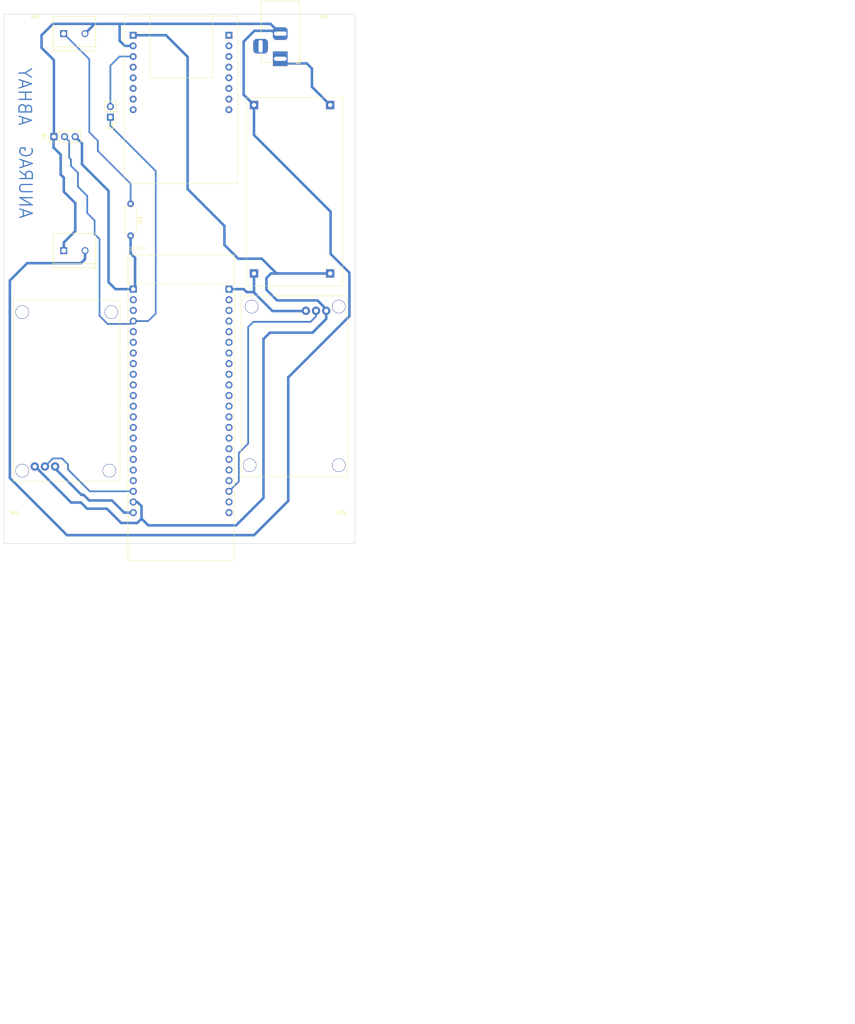
<source format=kicad_pcb>
(kicad_pcb (version 20221018) (generator pcbnew)
  (layers (0 "F.Cu" signal) (31 "B.Cu" signal) (34 "B.Paste" user) (35 "F.Paste" user) (36 "B.SilkS" user "B.Silkscreen") (37 "F.SilkS" user "F.Silkscreen") (38 "B.Mask" user) (39 "F.Mask" user) (44 "Edge.Cuts" user))
  (net 0 "")
  (net 6 "IO4")
  (net 7 "GND")
  (net 8 "5V")
  (net 17 "3V3")
  (net 20 "IO5")
  (net 34 "IO19")
  (net 35 "IO14")
  (net 36 "GND1")
  (net 58 "IO1")
  (net 59 "vcc")
  (net 60 "gnd")
  (net 61 "IO12")
  (footprint "12V CONNECTOR:RELAY" (layer "F.Cu") (at 131.6482 88.5571 -90)
    (fp_text reference "J2" hide)
    (fp_text value "Conn_01x03_Socket")
    (fp_line (start -2.54 -22.86) (end 40.64 -22.86) (stroke (width 0.1)) (layer "F.SilkS"))
    (fp_line (start -2.54 2.54) (end -2.54 -22.86) (stroke (width 0.1)) (layer "F.SilkS"))
    (fp_line (start 40.64 -22.86) (end 40.64 2.54) (stroke (width 0.1)) (layer "F.SilkS"))
    (fp_line (start 40.64 2.54) (end -2.54 2.54) (stroke (width 0.1)) (layer "F.SilkS"))
    (pad "" np_thru_hole circle (at 0 -20.8 270) (size 3.2 3.2) (drill 3) (layers "F&B.Cu" "*.Mask"))
    (pad "" np_thru_hole circle (at 0 0 270) (size 3.2 3.2) (drill 3) (layers "F&B.Cu" "*.Mask"))
    (pad "" np_thru_hole circle (at 37.85 -20.8 270) (size 3.2 3.2) (drill 3) (layers "F&B.Cu" "*.Mask"))
    (pad "" np_thru_hole circle (at 37.85 0.48 270) (size 3.2 3.2) (drill 3) (layers "F&B.Cu" "*.Mask"))
    (pad "1" thru_hole circle (at 1 -12.94 270) (size 2 2) (drill 1) (layers "*.Cu" "*.Mask") (net 36 "GND1"))
    (pad "2" thru_hole circle (at 1 -15.37 270) (size 2 2) (drill 1) (layers "*.Cu" "*.Mask") (net 34 "IO19"))
    (pad "3" thru_hole circle (at 1 -17.8 270) (size 2 2) (drill 1) (layers "*.Cu" "*.Mask") (net 8 "5V"))
  )
  (footprint "MountingHole:MountingHole_3.2mm_M3" (layer "F.Cu") (at 153.0368 21.9289)
    (fp_text reference "H1" (at -3.9754 -2.5642) (layer "F.SilkS"))
    (fp_text value "MountingHole")
    (pad "" np_thru_hole circle (at 0 0) (size 3.2 3.2) (drill 3.2) (layers "*.Cu" "*.Mask"))
  )
  (footprint "Connector_PinHeader_2.54mm:PinHeader_1x03_P2.54mm_Vertical" (layer "F.Cu") (at 84.4296 47.9933 90)
    (fp_text reference "J5" (at 0 -2.33 90) (layer "F.SilkS"))
    (fp_text value "TOUCH")
    (fp_line (start -1.33 -1.33) (end 0 -1.33) (stroke (width 0.12)) (layer "F.SilkS"))
    (fp_line (start -1.33 0) (end -1.33 -1.33) (stroke (width 0.12)) (layer "F.SilkS"))
    (fp_line (start -1.33 1.27) (end -1.33 6.41) (stroke (width 0.12)) (layer "F.SilkS"))
    (fp_line (start -1.33 1.27) (end 1.33 1.27) (stroke (width 0.12)) (layer "F.SilkS"))
    (fp_line (start -1.33 6.41) (end 1.33 6.41) (stroke (width 0.12)) (layer "F.SilkS"))
    (fp_line (start 1.33 1.27) (end 1.33 6.41) (stroke (width 0.12)) (layer "F.SilkS"))
    (pad "1" thru_hole rect (at 0 0 90) (size 1.7 1.7) (drill 1) (layers "*.Cu" "*.Mask") (net 60 "gnd"))
    (pad "2" thru_hole oval (at 0 2.54 90) (size 1.7 1.7) (drill 1) (layers "*.Cu" "*.Mask") (net 6 "IO4"))
    (pad "3" thru_hole oval (at 0 5.08 90) (size 1.7 1.7) (drill 1) (layers "*.Cu" "*.Mask") (net 17 "3V3"))
  )
  (footprint "Connector_BarrelJack:BarrelJack_Horizontal" (layer "F.Cu") (at 138.4808 29.4061 -90)
    (fp_text reference "J6" hide)
    (fp_text value "Conn_01x02_Pin")
    (fp_line (start -13.8 -4.6) (end 0.9 -4.6) (stroke (width 0.12)) (layer "F.SilkS"))
    (fp_line (start -13.8 4.6) (end -13.8 -4.6) (stroke (width 0.12)) (layer "F.SilkS"))
    (fp_line (start -5 4.6) (end -13.8 4.6) (stroke (width 0.12)) (layer "F.SilkS"))
    (fp_line (start 0.05 -4.8) (end 1.1 -4.8) (stroke (width 0.12)) (layer "F.SilkS"))
    (fp_line (start 0.9 -4.6) (end 0.9 -2) (stroke (width 0.12)) (layer "F.SilkS"))
    (fp_line (start 0.9 1.9) (end 0.9 4.6) (stroke (width 0.12)) (layer "F.SilkS"))
    (fp_line (start 0.9 4.6) (end -1 4.6) (stroke (width 0.12)) (layer "F.SilkS"))
    (fp_line (start 1.1 -3.75) (end 1.1 -4.8) (stroke (width 0.12)) (layer "F.SilkS"))
    (pad "1" thru_hole rect (at 0 0 270) (size 3.5 3.5) (drill oval 1 3) (layers "*.Cu" "*.Mask") (net 60 "gnd"))
    (pad "2" thru_hole roundrect (at -6 0 270) (size 3 3.5) (drill oval 1 3) (layers "*.Cu" "*.Mask") (net 59 "vcc"))
    (pad "3" thru_hole roundrect (at -3 4.7 270) (size 3.5 3.5) (drill oval 3 1) (layers "*.Cu" "*.Mask"))
  )
  (footprint "Esp32S3:ESP32-S3BRD" (layer "F.Cu") (at 102.108 149.1915)
    (fp_text reference "U2" hide)
    (fp_text value "~" hide)
    (fp_text user "REF**" (at 0 -73.66 unlocked) (layer "F.SilkS") (effects (font (thickness 0.1)) (justify left bottom)))
    (fp_line (start 0 -73) (end 25.4 -73) (stroke (width 0.1)) (layer "F.SilkS"))
    (fp_line (start 0 -66.2) (end 25.4 -66.2) (stroke (width 0.1) (type dash_dot)) (layer "F.SilkS"))
    (fp_line (start 0 0) (end 0 -73) (stroke (width 0.1)) (layer "F.SilkS"))
    (fp_line (start 25.4 -73) (end 25.4 0) (stroke (width 0.1)) (layer "F.SilkS"))
    (fp_line (start 25.4 0) (end 0 0) (stroke (width 0.1)) (layer "F.SilkS"))
    (pad "1_1" thru_hole rect (at 1.27 -64.8) (size 1.7 1.7) (drill 1) (layers "*.Cu" "*.Mask") (net 17 "3V3"))
    (pad "1_2" thru_hole circle (at 1.27 -62.26) (size 1.7 1.7) (drill 1) (layers "*.Cu" "*.Mask"))
    (pad "1_3" thru_hole circle (at 1.27 -59.72) (size 1.7 1.7) (drill 1) (layers "*.Cu" "*.Mask"))
    (pad "1_4" thru_hole circle (at 1.27 -57.18) (size 1.7 1.7) (drill 1) (layers "*.Cu" "*.Mask") (net 6 "IO4"))
    (pad "1_5" thru_hole circle (at 1.27 -54.64) (size 1.7 1.7) (drill 1) (layers "*.Cu" "*.Mask") (net 20 "IO5"))
    (pad "1_6" thru_hole circle (at 1.27 -52.1) (size 1.7 1.7) (drill 1) (layers "*.Cu" "*.Mask"))
    (pad "1_7" thru_hole circle (at 1.27 -49.56) (size 1.7 1.7) (drill 1) (layers "*.Cu" "*.Mask"))
    (pad "1_8" thru_hole circle (at 1.27 -47.02) (size 1.7 1.7) (drill 1) (layers "*.Cu" "*.Mask"))
    (pad "1_9" thru_hole circle (at 1.27 -44.48) (size 1.7 1.7) (drill 1) (layers "*.Cu" "*.Mask"))
    (pad "1_10" thru_hole circle (at 1.27 -41.94) (size 1.7 1.7) (drill 1) (layers "*.Cu" "*.Mask"))
    (pad "1_11" thru_hole circle (at 1.27 -39.4) (size 1.7 1.7) (drill 1) (layers "*.Cu" "*.Mask"))
    (pad "1_12" thru_hole circle (at 1.27 -36.86) (size 1.7 1.7) (drill 1) (layers "*.Cu" "*.Mask"))
    (pad "1_13" thru_hole circle (at 1.27 -34.32) (size 1.7 1.7) (drill 1) (layers "*.Cu" "*.Mask"))
    (pad "1_14" thru_hole circle (at 1.27 -31.78) (size 1.7 1.7) (drill 1) (layers "*.Cu" "*.Mask"))
    (pad "1_15" thru_hole circle (at 1.27 -29.24) (size 1.7 1.7) (drill 1) (layers "*.Cu" "*.Mask"))
    (pad "1_16" thru_hole circle (at 1.27 -26.7) (size 1.7 1.7) (drill 1) (layers "*.Cu" "*.Mask"))
    (pad "1_17" thru_hole circle (at 1.27 -24.16) (size 1.7 1.7) (drill 1) (layers "*.Cu" "*.Mask"))
    (pad "1_18" thru_hole circle (at 1.27 -21.62) (size 1.7 1.7) (drill 1) (layers "*.Cu" "*.Mask"))
    (pad "1_19" thru_hole circle (at 1.27 -19.08) (size 1.7 1.7) (drill 1) (layers "*.Cu" "*.Mask"))
    (pad "1_20" thru_hole circle (at 1.27 -16.54) (size 1.7 1.7) (drill 1) (layers "*.Cu" "*.Mask") (net 35 "IO14"))
    (pad "1_21" thru_hole circle (at 1.27 -14) (size 1.7 1.7) (drill 1) (layers "*.Cu" "*.Mask") (net 8 "5V"))
    (pad "1_22" thru_hole circle (at 1.27 -11.46) (size 1.7 1.7) (drill 1) (layers "*.Cu" "*.Mask") (net 7 "GND"))
    (pad "2_1" thru_hole rect (at 24.13 -64.8) (size 1.7 1.7) (drill 1) (layers "*.Cu" "*.Mask") (net 36 "GND1"))
    (pad "2_2" thru_hole circle (at 24.13 -62.26) (size 1.7 1.7) (drill 1) (layers "*.Cu" "*.Mask"))
    (pad "2_3" thru_hole circle (at 24.13 -59.72) (size 1.7 1.7) (drill 1) (layers "*.Cu" "*.Mask"))
    (pad "2_4" thru_hole circle (at 24.13 -57.18) (size 1.7 1.7) (drill 1) (layers "*.Cu" "*.Mask"))
    (pad "2_5" thru_hole circle (at 24.13 -54.64) (size 1.7 1.7) (drill 1) (layers "*.Cu" "*.Mask"))
    (pad "2_6" thru_hole circle (at 24.13 -52.1) (size 1.7 1.7) (drill 1) (layers "*.Cu" "*.Mask"))
    (pad "2_7" thru_hole circle (at 24.13 -49.56) (size 1.7 1.7) (drill 1) (layers "*.Cu" "*.Mask"))
    (pad "2_8" thru_hole circle (at 24.13 -47.02) (size 1.7 1.7) (drill 1) (layers "*.Cu" "*.Mask"))
    (pad "2_9" thru_hole circle (at 24.13 -44.48) (size 1.7 1.7) (drill 1) (layers "*.Cu" "*.Mask"))
    (pad "2_10" thru_hole circle (at 24.13 -41.94) (size 1.7 1.7) (drill 1) (layers "*.Cu" "*.Mask"))
    (pad "2_11" thru_hole circle (at 24.13 -39.4) (size 1.7 1.7) (drill 1) (layers "*.Cu" "*.Mask"))
    (pad "2_12" thru_hole circle (at 24.13 -36.86) (size 1.7 1.7) (drill 1) (layers "*.Cu" "*.Mask"))
    (pad "2_13" thru_hole circle (at 24.13 -34.32) (size 1.7 1.7) (drill 1) (layers "*.Cu" "*.Mask"))
    (pad "2_14" thru_hole circle (at 24.13 -31.78) (size 1.7 1.7) (drill 1) (layers "*.Cu" "*.Mask"))
    (pad "2_15" thru_hole circle (at 24.13 -29.24) (size 1.7 1.7) (drill 1) (layers "*.Cu" "*.Mask"))
    (pad "2_16" thru_hole circle (at 24.13 -26.7) (size 1.7 1.7) (drill 1) (layers "*.Cu" "*.Mask"))
    (pad "2_17" thru_hole circle (at 24.13 -24.16) (size 1.7 1.7) (drill 1) (layers "*.Cu" "*.Mask"))
    (pad "2_18" thru_hole circle (at 24.13 -21.62) (size 1.7 1.7) (drill 1) (layers "*.Cu" "*.Mask"))
    (pad "2_19" thru_hole circle (at 24.13 -19.08) (size 1.7 1.7) (drill 1) (layers "*.Cu" "*.Mask"))
    (pad "2_20" thru_hole circle (at 24.13 -16.54) (size 1.7 1.7) (drill 1) (layers "*.Cu" "*.Mask") (net 34 "IO19"))
    (pad "2_21" thru_hole circle (at 24.13 -14) (size 1.7 1.7) (drill 1) (layers "*.Cu" "*.Mask"))
    (pad "2_22" thru_hole circle (at 24.13 -11.46) (size 1.7 1.7) (drill 1) (layers "*.Cu" "*.Mask"))
  )
  (footprint "12V CONNECTOR:TE_282837-2" (layer "F.Cu") (at 89.3064 23.4061)
    (fp_text reference "P1" hide)
    (fp_text value "282837-2")
    (fp_line (start -5.08 -4.1) (end 5.08 -4.1) (stroke (width 0.127)) (layer "F.SilkS"))
    (fp_line (start -5.08 3.1) (end -5.08 -4.1) (stroke (width 0.127)) (layer "F.SilkS"))
    (fp_line (start -5.08 3.1) (end 5.08 3.1) (stroke (width 0.127)) (layer "F.SilkS"))
    (fp_line (start -5.08 4.1) (end -5.08 3.1) (stroke (width 0.127)) (layer "F.SilkS"))
    (fp_line (start 5.08 -4.1) (end 5.08 3.1) (stroke (width 0.127)) (layer "F.SilkS"))
    (fp_line (start 5.08 3.1) (end 5.08 4.1) (stroke (width 0.127)) (layer "F.SilkS"))
    (fp_line (start 5.08 4.1) (end -5.08 4.1) (stroke (width 0.127)) (layer "F.SilkS"))
    (pad "1" thru_hole rect (at -2.54 0) (size 1.65 1.65) (drill 1.1) (layers "*.Cu" "*.Mask") (net 58 "IO1"))
    (pad "2" thru_hole circle (at 2.54 0) (size 1.65 1.65) (drill 1.1) (layers "*.Cu" "*.Mask") (net 60 "gnd"))
  )
  (footprint "12V CONNECTOR:RELAY" (layer "F.Cu") (at 97.663 127.7239 90)
    (fp_text reference "J1" hide)
    (fp_text value "Conn_01x03_Socket")
    (fp_line (start -2.54 -22.86) (end 40.64 -22.86) (stroke (width 0.1)) (layer "F.SilkS"))
    (fp_line (start -2.54 2.54) (end -2.54 -22.86) (stroke (width 0.1)) (layer "F.SilkS"))
    (fp_line (start 40.64 -22.86) (end 40.64 2.54) (stroke (width 0.1)) (layer "F.SilkS"))
    (fp_line (start 40.64 2.54) (end -2.54 2.54) (stroke (width 0.1)) (layer "F.SilkS"))
    (pad "" np_thru_hole circle (at 0 -20.8 90) (size 3.2 3.2) (drill 3) (layers "F&B.Cu" "*.Mask"))
    (pad "" np_thru_hole circle (at 0 0 90) (size 3.2 3.2) (drill 3) (layers "F&B.Cu" "*.Mask"))
    (pad "" np_thru_hole circle (at 37.85 -20.8 90) (size 3.2 3.2) (drill 3) (layers "F&B.Cu" "*.Mask"))
    (pad "" np_thru_hole circle (at 37.85 0.48 90) (size 3.2 3.2) (drill 3) (layers "F&B.Cu" "*.Mask"))
    (pad "1" thru_hole circle (at 1 -12.94 90) (size 2 2) (drill 1) (layers "*.Cu" "*.Mask") (net 7 "GND"))
    (pad "2" thru_hole circle (at 1 -15.37 90) (size 2 2) (drill 1) (layers "*.Cu" "*.Mask") (net 35 "IO14"))
    (pad "3" thru_hole circle (at 1 -17.8 90) (size 2 2) (drill 1) (layers "*.Cu" "*.Mask") (net 8 "5V"))
  )
  (footprint "MountingHole:MountingHole_3.2mm_M3" (layer "F.Cu") (at 153.0368 141.9289)
    (fp_text reference "H3" (at 0 -4.2) (layer "F.SilkS"))
    (fp_text value "MountingHole")
    (pad "" np_thru_hole circle (at 0 0) (size 3.2 3.2) (drill 3.2) (layers "*.Cu" "*.Mask"))
  )
  (footprint "Resistor_THT:R_Axial_DIN0207_L6.3mm_D2.5mm_P7.62mm_Horizontal" (layer "F.Cu") (at 102.743 64.0207 -90)
    (fp_text reference "R1" (at 3.81 -2.37 90) (layer "F.SilkS"))
    (fp_text value "R")
    (fp_line (start 0.54 -1.37) (end 7.08 -1.37) (stroke (width 0.12)) (layer "F.SilkS"))
    (fp_line (start 0.54 -1.04) (end 0.54 -1.37) (stroke (width 0.12)) (layer "F.SilkS"))
    (fp_line (start 0.54 1.04) (end 0.54 1.37) (stroke (width 0.12)) (layer "F.SilkS"))
    (fp_line (start 0.54 1.37) (end 7.08 1.37) (stroke (width 0.12)) (layer "F.SilkS"))
    (fp_line (start 7.08 -1.37) (end 7.08 -1.04) (stroke (width 0.12)) (layer "F.SilkS"))
    (fp_line (start 7.08 1.37) (end 7.08 1.04) (stroke (width 0.12)) (layer "F.SilkS"))
    (pad "1" thru_hole circle (at 0 0 270) (size 1.6 1.6) (drill 0.8) (layers "*.Cu" "*.Mask") (net 58 "IO1"))
    (pad "2" thru_hole oval (at 7.62 0 270) (size 1.6 1.6) (drill 0.8) (layers "*.Cu" "*.Mask") (net 17 "3V3"))
  )
  (footprint "12V CONNECTOR:BUCK CONVERTER" (layer "F.Cu") (at 130.4082 38.6489 -90)
    (fp_text reference "DC-DC_BOOSTER1" hide)
    (fp_text value "~")
    (fp_rect (start 0 0) (end 45 -23) (stroke (width 0.1)) (fill none) (layer "F.SilkS"))
    (pad "IN+" thru_hole rect (at 1.8 -19.98 270) (size 2 2) (drill 1) (layers "*.Cu" "*.Mask") (net 60 "gnd"))
    (pad "IN-" thru_hole rect (at 1.8 -1.8 270) (size 2 2) (drill 1) (layers "*.Cu" "B.Mask") (net 59 "vcc"))
    (pad "OUT+" thru_hole rect (at 42 -19.98 270) (size 2 2) (drill 1) (layers "*.Cu" "*.Mask") (net 8 "5V"))
    (pad "OUT-" thru_hole rect (at 42 -1.8 270) (size 2 2) (drill 1) (layers "*.Cu" "*.Mask") (net 36 "GND1"))
  )
  (footprint "12V CONNECTOR:TE_282837-2" (layer "F.Cu") (at 89.3318 75.1967)
    (fp_text reference "P2" hide)
    (fp_text value "282837-2")
    (fp_line (start -5.08 -4.1) (end 5.08 -4.1) (stroke (width 0.127)) (layer "F.SilkS"))
    (fp_line (start -5.08 3.1) (end -5.08 -4.1) (stroke (width 0.127)) (layer "F.SilkS"))
    (fp_line (start -5.08 3.1) (end 5.08 3.1) (stroke (width 0.127)) (layer "F.SilkS"))
    (fp_line (start -5.08 4.1) (end -5.08 3.1) (stroke (width 0.127)) (layer "F.SilkS"))
    (fp_line (start 5.08 -4.1) (end 5.08 3.1) (stroke (width 0.127)) (layer "F.SilkS"))
    (fp_line (start 5.08 3.1) (end 5.08 4.1) (stroke (width 0.127)) (layer "F.SilkS"))
    (fp_line (start 5.08 4.1) (end -5.08 4.1) (stroke (width 0.127)) (layer "F.SilkS"))
    (pad "1" thru_hole rect (at -2.54 0) (size 1.65 1.65) (drill 1.1) (layers "*.Cu" "*.Mask") (net 60 "gnd"))
    (pad "2" thru_hole circle (at 2.54 0) (size 1.65 1.65) (drill 1.1) (layers "*.Cu" "*.Mask") (net 59 "vcc"))
  )
  (footprint "Connector_PinHeader_2.54mm:PinHeader_1x02_P2.54mm_Vertical" (layer "F.Cu") (at 97.917 43.3451 180)
    (fp_text reference "J3" (at 0 -2.33 180) (layer "F.SilkS"))
    (fp_text value "Conn_01x02_Socket")
    (fp_line (start -1.33 -1.33) (end 0 -1.33) (stroke (width 0.12)) (layer "F.SilkS"))
    (fp_line (start -1.33 0) (end -1.33 -1.33) (stroke (width 0.12)) (layer "F.SilkS"))
    (fp_line (start -1.33 1.27) (end -1.33 3.87) (stroke (width 0.12)) (layer "F.SilkS"))
    (fp_line (start -1.33 1.27) (end 1.33 1.27) (stroke (width 0.12)) (layer "F.SilkS"))
    (fp_line (start -1.33 3.87) (end 1.33 3.87) (stroke (width 0.12)) (layer "F.SilkS"))
    (fp_line (start 1.33 1.27) (end 1.33 3.87) (stroke (width 0.12)) (layer "F.SilkS"))
    (pad "1" thru_hole rect (at 0 0 180) (size 1.7 1.7) (drill 1) (layers "*.Cu" "*.Mask") (net 6 "IO4"))
    (pad "2" thru_hole oval (at 0 2.54 180) (size 1.7 1.7) (drill 1) (layers "*.Cu" "*.Mask") (net 61 "IO12"))
  )
  (footprint "MountingHole:MountingHole_3.2mm_M3" (layer "F.Cu") (at 75.0368 141.9289)
    (fp_text reference "H4" (at 0 -4.2) (layer "F.SilkS"))
    (fp_text value "MountingHole")
    (pad "" np_thru_hole circle (at 0 0) (size 3.2 3.2) (drill 3.2) (layers "*.Cu" "*.Mask"))
  )
  (footprint "MountingHole:MountingHole_3.2mm_M3" (layer "F.Cu") (at 76.0368 21.9289)
    (fp_text reference "H2" (at 3.8836 -2.5896) (layer "F.SilkS"))
    (fp_text value "MountingHole")
    (pad "" np_thru_hole circle (at 0 0) (size 3.2 3.2) (drill 3.2) (layers "*.Cu" "*.Mask"))
  )
  (footprint "ESP32 CAM:ESP32-CAM" (layer "F.Cu") (at 103.3526 41.5671)
    (fp_text reference "U1" hide)
    (fp_text value "ESP32-CAM" hide)
    (fp_line (start -2.07 -22.36) (end -2.07 17.64) (stroke (width 0.1)) (layer "F.SilkS"))
    (fp_line (start -2.07 17.64) (end 24.93 17.64) (stroke (width 0.1)) (layer "F.SilkS"))
    (fp_line (start 4 -22.36) (end 4 -7.62) (stroke (width 0.1)) (layer "F.SilkS"))
    (fp_line (start 4 -7.62) (end 19 -7.62) (stroke (width 0.1)) (layer "F.SilkS"))
    (fp_line (start 19 -22.36) (end 19 -7.62) (stroke (width 0.1)) (layer "F.SilkS"))
    (fp_line (start 24.93 -22.36) (end -2.07 -22.36) (stroke (width 0.1)) (layer "F.SilkS"))
    (fp_line (start 24.93 17.64) (end 24.93 -22.36) (stroke (width 0.1)) (layer "F.SilkS"))
    (pad "1" thru_hole circle (at 0 0) (size 1.665 1.665) (drill 0.9) (layers "*.Cu" "*.Mask"))
    (pad "2" thru_hole circle (at 0 -2.54) (size 1.665 1.665) (drill 0.9) (layers "*.Cu" "*.Mask"))
    (pad "3" thru_hole circle (at 0 -5.08) (size 1.665 1.665) (drill 0.9) (layers "*.Cu" "*.Mask"))
    (pad "4" thru_hole circle (at 0 -7.62) (size 1.665 1.665) (drill 0.9) (layers "*.Cu" "*.Mask"))
    (pad "5" thru_hole circle (at 0 -10.16) (size 1.665 1.665) (drill 0.9) (layers "*.Cu" "*.Mask"))
    (pad "6" thru_hole circle (at 0 -12.7) (size 1.665 1.665) (drill 0.9) (layers "*.Cu" "*.Mask") (net 61 "IO12"))
    (pad "7" thru_hole circle (at 0 -15.24) (size 1.665 1.665) (drill 0.9) (layers "*.Cu" "*.Mask") (net 60 "gnd"))
    (pad "8" thru_hole rect (at 0 -17.78) (size 1.665 1.665) (drill 0.9) (layers "*.Cu" "*.Mask") (net 8 "5V"))
    (pad "9" thru_hole rect (at 22.86 -17.78) (size 1.665 1.665) (drill 0.9) (layers "*.Cu" "*.Mask"))
    (pad "10" thru_hole circle (at 22.86 -15.24) (size 1.665 1.665) (drill 0.9) (layers "*.Cu" "*.Mask"))
    (pad "11" thru_hole circle (at 22.86 -12.7) (size 1.665 1.665) (drill 0.9) (layers "*.Cu" "*.Mask"))
    (pad "12" thru_hole circle (at 22.86 -10.16) (size 1.665 1.665) (drill 0.9) (layers "*.Cu" "*.Mask"))
    (pad "13" thru_hole circle (at 22.86 -7.62) (size 1.665 1.665) (drill 0.9) (layers "*.Cu" "*.Mask"))
    (pad "14" thru_hole circle (at 22.86 -5.08) (size 1.665 1.665) (drill 0.9) (layers "*.Cu" "*.Mask"))
    (pad "15" thru_hole circle (at 22.86 -2.54) (size 1.665 1.665) (drill 0.9) (layers "*.Cu" "*.Mask"))
    (pad "16" thru_hole circle (at 22.86 0) (size 1.665 1.665) (drill 0.9) (layers "*.Cu" "*.Mask"))
  )
  (gr_rect (start 72.4916 18.7706) (end 156.3116 145.1102) (stroke (width 0.1)) (fill none) (layer "Edge.Cuts"))
  (gr_text "ABHAY" (at 75.7174 45.5803 270) (layer "B.Cu") (effects (font (size 3 3) (thickness 0.3) bold) (justify left bottom mirror)))
  (gr_text "ANURAG\n" (at 75.8952 67.7545 -90) (layer "B.Cu") (effects (font (size 3 3) (thickness 0.3) bold) (justify left bottom mirror)))
  (segment (start 97.917 43.3451) (end 97.917 45.3771) (width 0.4069) (layer "B.Cu") (net 6))
  (segment (start 90.17 56.6293) (end 90.17 59.9313) (width 0.4069) (layer "B.Cu") (net 6))
  (segment (start 95.3262 72.4535) (end 94.1578 71.2851) (width 0.4069) (layer "B.Cu") (net 6))
  (segment (start 94.1578 68.0085) (end 92.3925 66.2432) (width 0.4069) (layer "B.Cu") (net 6))
  (segment (start 106.934 92.0115) (end 103.378 92.0115) (width 0.4069) (layer "B.Cu") (net 6))
  (segment (start 95.3262 90.7669) (end 95.3262 72.4535) (width 0.4069) (layer "B.Cu") (net 6))
  (segment (start 88.4936 53.4543) (end 88.4936 54.9529) (width 0.4069) (layer "B.Cu") (net 6))
  (segment (start 94.1578 71.2851) (end 94.1578 68.0085) (width 0.4069) (layer "B.Cu") (net 6))
  (segment (start 102.6922 92.6973) (end 97.2566 92.6973) (width 0.4069) (layer "B.Cu") (net 6))
  (segment (start 90.17 59.9313) (end 92.3925 62.1538) (width 0.4069) (layer "B.Cu") (net 6))
  (segment (start 86.9696 47.9933) (end 88.0872 49.1109) (width 0.4069) (layer "B.Cu") (net 6))
  (segment (start 88.0872 49.1109) (end 88.0872 53.0479) (width 0.4069) (layer "B.Cu") (net 6))
  (segment (start 108.7374 90.2081) (end 106.934 92.0115) (width 0.4069) (layer "B.Cu") (net 6))
  (segment (start 103.378 92.0115) (end 102.6922 92.6973) (width 0.4069) (layer "B.Cu") (net 6))
  (segment (start 92.3925 62.1538) (end 92.3925 66.2432) (width 0.4069) (layer "B.Cu") (net 6))
  (segment (start 97.917 45.3771) (end 108.7374 56.1975) (width 0.4069) (layer "B.Cu") (net 6))
  (segment (start 92.3925 66.2432) (end 92.3925 65.9511) (width 0.4069) (layer "B.Cu") (net 6))
  (segment (start 88.4936 54.9529) (end 90.17 56.6293) (width 0.4069) (layer "B.Cu") (net 6))
  (segment (start 97.2566 92.6973) (end 95.3262 90.7669) (width 0.4069) (layer "B.Cu") (net 6))
  (segment (start 108.7374 56.1975) (end 108.7374 90.2081) (width 0.4069) (layer "B.Cu") (net 6))
  (segment (start 88.0872 53.0479) (end 88.4936 53.4543) (width 0.4069) (layer "B.Cu") (net 6))
  (segment (start 90.9922 133.4737) (end 84.723 127.2045) (width 0.6096) (layer "B.Cu") (net 7))
  (segment (start 92.8624 134.8359) (end 91.5002 133.4737) (width 0.6096) (layer "B.Cu") (net 7))
  (segment (start 98.298 134.8359) (end 92.8624 134.8359) (width 0.6096) (layer "B.Cu") (net 7))
  (segment (start 101.1936 137.7315) (end 98.298 134.8359) (width 0.6096) (layer "B.Cu") (net 7))
  (segment (start 91.5002 133.4737) (end 90.9922 133.4737) (width 0.6096) (layer "B.Cu") (net 7))
  (segment (start 103.378 137.7315) (end 101.1936 137.7315) (width 0.6096) (layer "B.Cu") (net 7))
  (segment (start 84.723 127.2045) (end 84.723 126.7239) (width 0.6096) (layer "B.Cu") (net 7))
  (segment (start 135.1788 83.8327) (end 135.1788 84.5439) (width 0.6096) (layer "B.Cu") (net 8))
  (segment (start 137.5918 80.6489) (end 136.2798 80.6489) (width 0.6096) (layer "B.Cu") (net 8))
  (segment (start 134.4676 96.3041) (end 135.9916 94.7801) (width 0.6096) (layer "B.Cu") (net 8))
  (segment (start 134.07 77.1271) (end 137.5918 80.6489) (width 0.6096) (layer "B.Cu") (net 8))
  (segment (start 116.3574 60.5155) (end 125.1458 69.3039) (width 0.6096) (layer "B.Cu") (net 8))
  (segment (start 106.9594 140.7795) (end 127.9398 140.7795) (width 0.6096) (layer "B.Cu") (net 8))
  (segment (start 135.1788 81.7499) (end 135.1788 84.5439) (width 0.6096) (layer "B.Cu") (net 8))
  (segment (start 134.4676 134.2517) (end 134.4676 96.3041) (width 0.6096) (layer "B.Cu") (net 8))
  (segment (start 135.1788 84.5439) (end 137.7188 87.0839) (width 0.6096) (layer "B.Cu") (net 8))
  (segment (start 137.7188 87.0839) (end 147.3708 87.0839) (width 0.6096) (layer "B.Cu") (net 8))
  (segment (start 97.0788 136.7917) (end 92.3544 136.7917) (width 0.6096) (layer "B.Cu") (net 8))
  (segment (start 135.9916 94.7801) (end 146.177 94.7801) (width 0.6096) (layer "B.Cu") (net 8))
  (segment (start 104.3432 140.1953) (end 100.4824 140.1953) (width 0.6096) (layer "B.Cu") (net 8))
  (segment (start 103.3526 23.7871) (end 111.2012 23.7871) (width 0.6096) (layer "B.Cu") (net 8))
  (segment (start 105.3592 136.2075) (end 105.3592 139.1793) (width 0.6096) (layer "B.Cu") (net 8))
  (segment (start 88.5444 135.3185) (end 79.9498 126.7239) (width 0.6096) (layer "B.Cu") (net 8))
  (segment (start 100.4824 140.1953) (end 97.0788 136.7917) (width 0.6096) (layer "B.Cu") (net 8))
  (segment (start 149.4482 91.5089) (end 149.4482 89.5571) (width 0.6096) (layer "B.Cu") (net 8))
  (segment (start 146.177 94.7801) (end 149.4482 91.5089) (width 0.6096) (layer "B.Cu") (net 8))
  (segment (start 105.3592 139.1793) (end 106.9594 140.7795) (width 0.6096) (layer "B.Cu") (net 8))
  (segment (start 90.8812 135.3185) (end 88.5444 135.3185) (width 0.6096) (layer "B.Cu") (net 8))
  (segment (start 104.3432 135.1915) (end 105.3592 136.2075) (width 0.6096) (layer "B.Cu") (net 8))
  (segment (start 105.3592 139.1793) (end 104.3432 140.1953) (width 0.6096) (layer "B.Cu") (net 8))
  (segment (start 150.3882 80.6489) (end 137.5918 80.6489) (width 0.6096) (layer "B.Cu") (net 8))
  (segment (start 147.3708 87.0839) (end 149.4482 89.1613) (width 0.6096) (layer "B.Cu") (net 8))
  (segment (start 103.378 135.1915) (end 104.3432 135.1915) (width 0.6096) (layer "B.Cu") (net 8))
  (segment (start 92.3544 136.7917) (end 90.8812 135.3185) (width 0.6096) (layer "B.Cu") (net 8))
  (segment (start 111.2012 23.7871) (end 116.3574 28.9433) (width 0.6096) (layer "B.Cu") (net 8))
  (segment (start 149.4482 89.1613) (end 149.4482 89.5571) (width 0.6096) (layer "B.Cu") (net 8))
  (segment (start 128.4478 77.1271) (end 134.07 77.1271) (width 0.6096) (layer "B.Cu") (net 8))
  (segment (start 127.9398 140.7795) (end 134.4676 134.2517) (width 0.6096) (layer "B.Cu") (net 8))
  (segment (start 125.1458 69.3039) (end 125.1458 73.8251) (width 0.6096) (layer "B.Cu") (net 8))
  (segment (start 79.9498 126.7239) (end 79.863 126.7239) (width 0.6096) (layer "B.Cu") (net 8))
  (segment (start 116.3574 28.9433) (end 116.3574 60.5155) (width 0.6096) (layer "B.Cu") (net 8))
  (segment (start 136.2798 80.6489) (end 135.1788 81.7499) (width 0.6096) (layer "B.Cu") (net 8))
  (segment (start 125.1458 73.8251) (end 128.4478 77.1271) (width 0.6096) (layer "B.Cu") (net 8))
  (segment (start 102.743 75.8571) (end 103.8098 76.9239) (width 0.6096) (layer "B.Cu") (net 17))
  (segment (start 102.743 71.6407) (end 102.743 75.8571) (width 0.6096) (layer "B.Cu") (net 17))
  (segment (start 103.8098 83.9597) (end 103.378 84.3915) (width 0.6096) (layer "B.Cu") (net 17))
  (segment (start 103.8098 76.9239) (end 103.8098 83.9597) (width 0.6096) (layer "B.Cu") (net 17))
  (segment (start 97.4852 82.7405) (end 97.4852 60.9473) (width 0.6096) (layer "B.Cu") (net 17))
  (segment (start 91.1352 54.5973) (end 91.1352 49.6189) (width 0.6096) (layer "B.Cu") (net 17))
  (segment (start 91.1352 49.6189) (end 89.5096 47.9933) (width 0.6096) (layer "B.Cu") (net 17))
  (segment (start 103.378 84.3915) (end 99.1362 84.3915) (width 0.6096) (layer "B.Cu") (net 17))
  (segment (start 97.4852 60.9473) (end 91.1352 54.5973) (width 0.6096) (layer "B.Cu") (net 17))
  (segment (start 99.1362 84.3915) (end 97.4852 82.7405) (width 0.6096) (layer "B.Cu") (net 17))
  (segment (start 130.81 93.4339) (end 130.81 121.2723) (width 0.4069) (layer "B.Cu") (net 34))
  (segment (start 130.81 121.2723) (end 128.5748 123.5075) (width 0.4069) (layer "B.Cu") (net 34))
  (segment (start 128.5748 123.5075) (end 128.5748 130.3147) (width 0.4069) (layer "B.Cu") (net 34))
  (segment (start 147.0182 89.5571) (end 147.0182 90.8909) (width 0.4069) (layer "B.Cu") (net 34))
  (segment (start 128.5748 130.3147) (end 126.238 132.6515) (width 0.4069) (layer "B.Cu") (net 34))
  (segment (start 145.7198 92.1893) (end 132.0546 92.1893) (width 0.4069) (layer "B.Cu") (net 34))
  (segment (start 147.0182 90.8909) (end 145.7198 92.1893) (width 0.4069) (layer "B.Cu") (net 34))
  (segment (start 132.0546 92.1893) (end 130.81 93.4339) (width 0.4069) (layer "B.Cu") (net 34))
  (segment (start 82.293 126.6855) (end 82.293 126.7239) (width 0.4069) (layer "B.Cu") (net 35))
  (segment (start 87.8078 127.4445) (end 87.8078 126.2253) (width 0.4069) (layer "B.Cu") (net 35))
  (segment (start 93.0148 132.6515) (end 87.8078 127.4445) (width 0.4069) (layer "B.Cu") (net 35))
  (segment (start 86.3854 124.8029) (end 84.1756 124.8029) (width 0.4069) (layer "B.Cu") (net 35))
  (segment (start 103.378 132.6515) (end 93.0148 132.6515) (width 0.4069) (layer "B.Cu") (net 35))
  (segment (start 84.1756 124.8029) (end 82.293 126.6855) (width 0.4069) (layer "B.Cu") (net 35))
  (segment (start 87.8078 126.2253) (end 86.3854 124.8029) (width 0.4069) (layer "B.Cu") (net 35))
  (segment (start 144.2974 89.7763) (end 144.8562 89.2175) (width 0.6096) (layer "B.Cu") (net 36))
  (segment (start 144.5882 89.5571) (end 144.5214 89.6239) (width 0.6096) (layer "B.Cu") (net 36))
  (segment (start 136.6266 89.6239) (end 132.715 85.7123) (width 0.6096) (layer "B.Cu") (net 36))
  (segment (start 132.2082 85.2055) (end 132.715 85.7123) (width 0.6096) (layer "B.Cu") (net 36))
  (segment (start 132.715 85.7123) (end 132.1054 85.1027) (width 0.6096) (layer "B.Cu") (net 36))
  (segment (start 129.7432 84.3915) (end 126.238 84.3915) (width 0.6096) (layer "B.Cu") (net 36))
  (segment (start 144.5214 89.6239) (end 136.6266 89.6239) (width 0.6096) (layer "B.Cu") (net 36))
  (segment (start 132.1054 85.1027) (end 130.4544 85.1027) (width 0.6096) (layer "B.Cu") (net 36))
  (segment (start 130.4544 85.1027) (end 129.7432 84.3915) (width 0.6096) (layer "B.Cu") (net 36))
  (segment (start 132.2082 80.6489) (end 132.2082 85.2055) (width 0.6096) (layer "B.Cu") (net 36))
  (segment (start 102.743 64.0207) (end 102.743 59.2201) (width 0.4069) (layer "B.Cu") (net 58))
  (segment (start 94.9198 48.9839) (end 92.8878 46.9519) (width 0.4069) (layer "B.Cu") (net 58))
  (segment (start 102.743 59.2201) (end 94.9198 51.3969) (width 0.4069) (layer "B.Cu") (net 58))
  (segment (start 92.8878 46.9519) (end 92.8878 29.5275) (width 0.4069) (layer "B.Cu") (net 58))
  (segment (start 92.8878 29.5275) (end 86.7664 23.4061) (width 0.4069) (layer "B.Cu") (net 58))
  (segment (start 94.9198 51.3969) (end 94.9198 48.9839) (width 0.4069) (layer "B.Cu") (net 58))
  (segment (start 132.3086 22.733) (end 136.586386 22.733) (width 0.6096) (layer "B.Cu") (net 59))
  (segment (start 132.2082 40.4489) (end 129.7432 37.9839) (width 0.6096) (layer "B.Cu") (net 59))
  (segment (start 136.586386 22.733) (end 137.870143 24.016757) (width 0.6096) (layer "B.Cu") (net 59))
  (segment (start 154.9908 90.8431) (end 140.3858 105.4481) (width 0.6096) (layer "B.Cu") (net 59))
  (segment (start 90.9066 78.1939) (end 91.8718 77.2287) (width 0.6096) (layer "B.Cu") (net 59))
  (segment (start 87.5538 143.1163) (end 73.914 129.4765) (width 0.6096) (layer "B.Cu") (net 59))
  (segment (start 132.2082 47.6135) (end 150.495 65.9003) (width 0.6096) (layer "B.Cu") (net 59))
  (segment (start 154.9908 80.4799) (end 154.9908 90.8431) (width 0.6096) (layer "B.Cu") (net 59))
  (segment (start 73.914 82.3341) (end 78.0542 78.1939) (width 0.6096) (layer "B.Cu") (net 59))
  (segment (start 132.207 143.1163) (end 87.5538 143.1163) (width 0.6096) (layer "B.Cu") (net 59))
  (segment (start 140.3858 134.9375) (end 132.207 143.1163) (width 0.6096) (layer "B.Cu") (net 59))
  (segment (start 150.495 65.9003) (end 150.495 75.9841) (width 0.6096) (layer "B.Cu") (net 59))
  (segment (start 129.7432 25.2984) (end 132.3086 22.733) (width 0.6096) (layer "B.Cu") (net 59))
  (segment (start 150.495 75.9841) (end 154.9908 80.4799) (width 0.6096) (layer "B.Cu") (net 59))
  (segment (start 91.8718 77.2287) (end 91.8718 75.1967) (width 0.6096) (layer "B.Cu") (net 59))
  (segment (start 129.7432 37.9839) (end 129.7432 25.2984) (width 0.6096) (layer "B.Cu") (net 59))
  (segment (start 140.3858 105.4481) (end 140.3858 134.9375) (width 0.6096) (layer "B.Cu") (net 59))
  (segment (start 132.2082 40.4489) (end 132.2082 47.6135) (width 0.6096) (layer "B.Cu") (net 59))
  (segment (start 78.0542 78.1939) (end 90.9066 78.1939) (width 0.6096) (layer "B.Cu") (net 59))
  (segment (start 73.914 129.4765) (end 73.914 82.3341) (width 0.6096) (layer "B.Cu") (net 59))
  (segment (start 86.7918 75.1967) (end 86.7918 73.2663) (width 0.6096) (layer "B.Cu") (net 60))
  (segment (start 86.0552 52.2859) (end 84.3534 50.5841) (width 0.6096) (layer "B.Cu") (net 60))
  (segment (start 101.346 26.3271) (end 103.3526 26.3271) (width 0.6096) (layer "B.Cu") (net 60))
  (segment (start 150.3882 40.4489) (end 146.0246 36.0853) (width 0.6096) (layer "B.Cu") (net 60))
  (segment (start 81.4832 26.7843) (end 84.4296 29.7307) (width 0.6096) (layer "B.Cu") (net 60))
  (segment (start 139.5902 30.5155) (end 138.4808 29.4061) (width 0.6096) (layer "B.Cu") (net 60))
  (segment (start 86.7918 57.7977) (end 86.0552 57.0611) (width 0.6096) (layer "B.Cu") (net 60))
  (segment (start 100.1268 21.0693) (end 93.7768 21.0693) (width 0.6096) (layer "B.Cu") (net 60))
  (segment (start 93.7768 21.0693) (end 84.201 21.0693) (width 0.6096) (layer "B.Cu") (net 60))
  (segment (start 86.7918 73.2663) (end 89.535 70.5231) (width 0.6096) (layer "B.Cu") (net 60))
  (segment (start 136.144 21.0693) (end 100.1268 21.0693) (width 0.6096) (layer "B.Cu") (net 60))
  (segment (start 86.0552 57.0611) (end 86.0552 52.2859) (width 0.6096) (layer "B.Cu") (net 60))
  (segment (start 81.4832 23.7871) (end 81.4832 26.7843) (width 0.6096) (layer "B.Cu") (net 60))
  (segment (start 146.0246 36.0853) (end 146.0246 31.7246) (width 0.6096) (layer "B.Cu") (net 60))
  (segment (start 89.535 70.5231) (end 89.535 63.8683) (width 0.6096) (layer "B.Cu") (net 60))
  (segment (start 84.201 21.0693) (end 81.4832 23.7871) (width 0.6096) (layer "B.Cu") (net 60))
  (segment (start 91.8464 23.4061) (end 93.7768 21.4757) (width 0.6096) (layer "B.Cu") (net 60))
  (segment (start 144.8155 30.5155) (end 139.5902 30.5155) (width 0.6096) (layer "B.Cu") (net 60))
  (segment (start 84.4296 29.7307) (end 84.4296 47.9933) (width 0.6096) (layer "B.Cu") (net 60))
  (segment (start 100.1268 21.0693) (end 100.1268 25.1079) (width 0.6096) (layer "B.Cu") (net 60))
  (segment (start 93.7768 21.4757) (end 93.7768 21.0693) (width 0.6096) (layer "B.Cu") (net 60))
  (segment (start 146.0246 31.7246) (end 144.8155 30.5155) (width 0.6096) (layer "B.Cu") (net 60))
  (segment (start 89.535 63.8683) (end 86.7918 61.1251) (width 0.6096) (layer "B.Cu") (net 60))
  (segment (start 138.4808 23.4061) (end 136.144 21.0693) (width 0.6096) (layer "B.Cu") (net 60))
  (segment (start 84.3534 48.0695) (end 84.4296 47.9933) (width 0.6096) (layer "B.Cu") (net 60))
  (segment (start 86.7918 61.1251) (end 86.7918 57.7977) (width 0.6096) (layer "B.Cu") (net 60))
  (segment (start 84.3534 50.5841) (end 84.3534 48.0695) (width 0.6096) (layer "B.Cu") (net 60))
  (segment (start 100.1268 25.1079) (end 101.346 26.3271) (width 0.6096) (layer "B.Cu") (net 60))
  (segment (start 97.917 40.8051) (end 97.917 31.0515) (width 0.4069) (layer "B.Cu") (net 61))
  (segment (start 100.1014 28.8671) (end 103.3526 28.8671) (width 0.4069) (layer "B.Cu") (net 61))
  (segment (start 97.917 31.0515) (end 100.1014 28.8671) (width 0.4069) (layer "B.Cu") (net 61))
)
</source>
